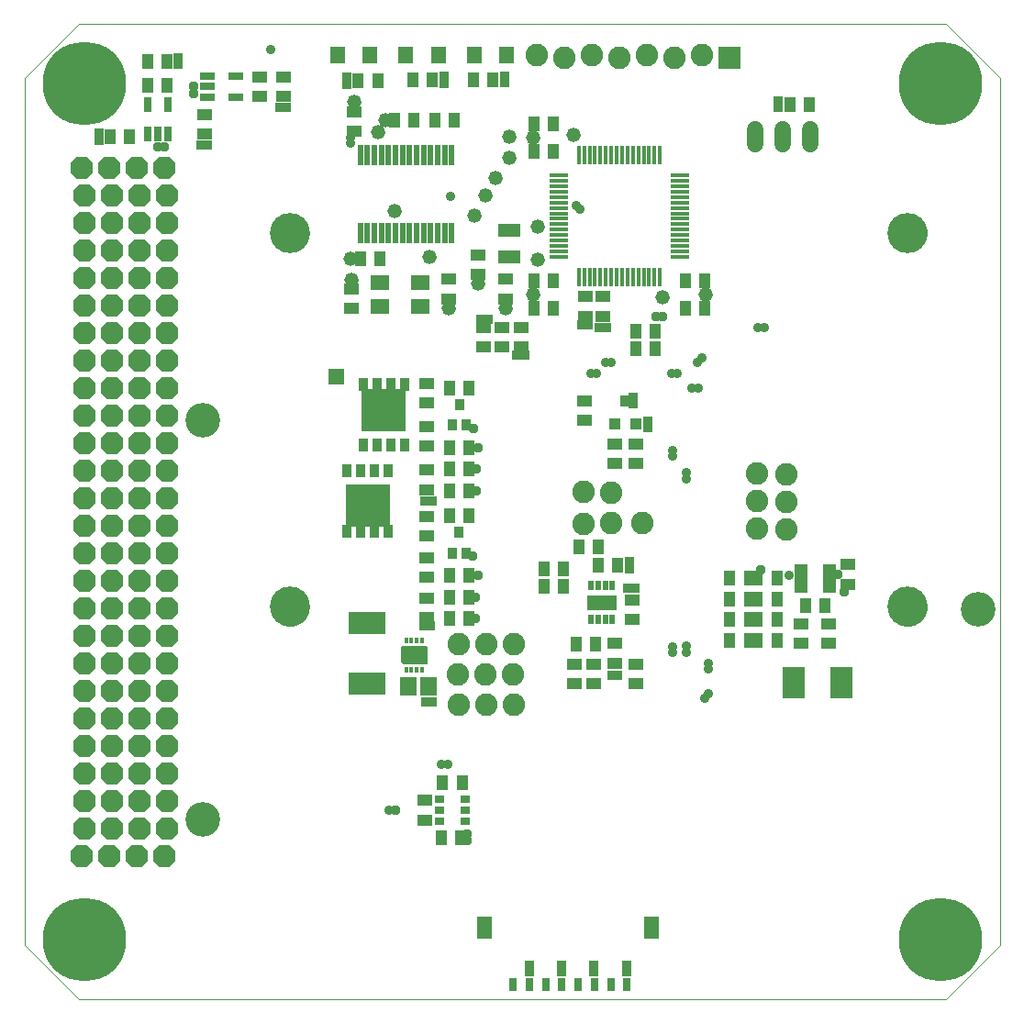
<source format=gts>
G75*
%MOIN*%
%OFA0B0*%
%FSLAX25Y25*%
%IPPOS*%
%LPD*%
%AMOC8*
5,1,8,0,0,1.08239X$1,22.5*
%
%ADD10R,0.05918X0.06706*%
%ADD11C,0.00000*%
%ADD12C,0.30328*%
%ADD13OC8,0.08200*%
%ADD14R,0.01181X0.01969*%
%ADD15C,0.00800*%
%ADD16R,0.05524X0.03162*%
%ADD17R,0.05524X0.03950*%
%ADD18R,0.03162X0.05524*%
%ADD19R,0.03950X0.05524*%
%ADD20R,0.13398X0.07887*%
%ADD21C,0.08200*%
%ADD22R,0.04737X0.02572*%
%ADD23R,0.02375X0.03556*%
%ADD24R,0.10800X0.05800*%
%ADD25R,0.03950X0.04343*%
%ADD26R,0.07887X0.11430*%
%ADD27R,0.03556X0.04343*%
%ADD28R,0.03202X0.04816*%
%ADD29R,0.16194X0.15800*%
%ADD30C,0.14580*%
%ADD31R,0.01784X0.06902*%
%ADD32R,0.06902X0.01784*%
%ADD33R,0.02375X0.07690*%
%ADD34R,0.07887X0.04737*%
%ADD35C,0.05200*%
%ADD36R,0.07099X0.05721*%
%ADD37R,0.04737X0.01784*%
%ADD38R,0.01784X0.04737*%
%ADD39R,0.08200X0.08200*%
%ADD40R,0.03556X0.02800*%
%ADD41R,0.03162X0.04737*%
%ADD42R,0.05721X0.07887*%
%ADD43R,0.05524X0.06312*%
%ADD44C,0.06000*%
%ADD45C,0.03778*%
%ADD46R,0.03778X0.03778*%
%ADD47R,0.03581X0.03581*%
%ADD48C,0.03581*%
%ADD49C,0.12611*%
D10*
X0142502Y0115101D03*
X0149983Y0115101D03*
D11*
X0003172Y0020888D02*
X0003172Y0335849D01*
X0022857Y0355534D01*
X0337817Y0355534D01*
X0357502Y0335849D01*
X0357502Y0020888D01*
X0337817Y0001203D01*
X0022857Y0001203D01*
X0003172Y0020888D01*
X0092738Y0143920D02*
X0092740Y0144089D01*
X0092746Y0144258D01*
X0092757Y0144427D01*
X0092771Y0144595D01*
X0092790Y0144763D01*
X0092813Y0144931D01*
X0092839Y0145098D01*
X0092870Y0145264D01*
X0092905Y0145430D01*
X0092944Y0145594D01*
X0092988Y0145758D01*
X0093035Y0145920D01*
X0093086Y0146081D01*
X0093141Y0146241D01*
X0093200Y0146400D01*
X0093262Y0146557D01*
X0093329Y0146712D01*
X0093400Y0146866D01*
X0093474Y0147018D01*
X0093552Y0147168D01*
X0093633Y0147316D01*
X0093718Y0147462D01*
X0093807Y0147606D01*
X0093899Y0147748D01*
X0093995Y0147887D01*
X0094094Y0148024D01*
X0094196Y0148159D01*
X0094302Y0148291D01*
X0094411Y0148420D01*
X0094523Y0148547D01*
X0094638Y0148671D01*
X0094756Y0148792D01*
X0094877Y0148910D01*
X0095001Y0149025D01*
X0095128Y0149137D01*
X0095257Y0149246D01*
X0095389Y0149352D01*
X0095524Y0149454D01*
X0095661Y0149553D01*
X0095800Y0149649D01*
X0095942Y0149741D01*
X0096086Y0149830D01*
X0096232Y0149915D01*
X0096380Y0149996D01*
X0096530Y0150074D01*
X0096682Y0150148D01*
X0096836Y0150219D01*
X0096991Y0150286D01*
X0097148Y0150348D01*
X0097307Y0150407D01*
X0097467Y0150462D01*
X0097628Y0150513D01*
X0097790Y0150560D01*
X0097954Y0150604D01*
X0098118Y0150643D01*
X0098284Y0150678D01*
X0098450Y0150709D01*
X0098617Y0150735D01*
X0098785Y0150758D01*
X0098953Y0150777D01*
X0099121Y0150791D01*
X0099290Y0150802D01*
X0099459Y0150808D01*
X0099628Y0150810D01*
X0099797Y0150808D01*
X0099966Y0150802D01*
X0100135Y0150791D01*
X0100303Y0150777D01*
X0100471Y0150758D01*
X0100639Y0150735D01*
X0100806Y0150709D01*
X0100972Y0150678D01*
X0101138Y0150643D01*
X0101302Y0150604D01*
X0101466Y0150560D01*
X0101628Y0150513D01*
X0101789Y0150462D01*
X0101949Y0150407D01*
X0102108Y0150348D01*
X0102265Y0150286D01*
X0102420Y0150219D01*
X0102574Y0150148D01*
X0102726Y0150074D01*
X0102876Y0149996D01*
X0103024Y0149915D01*
X0103170Y0149830D01*
X0103314Y0149741D01*
X0103456Y0149649D01*
X0103595Y0149553D01*
X0103732Y0149454D01*
X0103867Y0149352D01*
X0103999Y0149246D01*
X0104128Y0149137D01*
X0104255Y0149025D01*
X0104379Y0148910D01*
X0104500Y0148792D01*
X0104618Y0148671D01*
X0104733Y0148547D01*
X0104845Y0148420D01*
X0104954Y0148291D01*
X0105060Y0148159D01*
X0105162Y0148024D01*
X0105261Y0147887D01*
X0105357Y0147748D01*
X0105449Y0147606D01*
X0105538Y0147462D01*
X0105623Y0147316D01*
X0105704Y0147168D01*
X0105782Y0147018D01*
X0105856Y0146866D01*
X0105927Y0146712D01*
X0105994Y0146557D01*
X0106056Y0146400D01*
X0106115Y0146241D01*
X0106170Y0146081D01*
X0106221Y0145920D01*
X0106268Y0145758D01*
X0106312Y0145594D01*
X0106351Y0145430D01*
X0106386Y0145264D01*
X0106417Y0145098D01*
X0106443Y0144931D01*
X0106466Y0144763D01*
X0106485Y0144595D01*
X0106499Y0144427D01*
X0106510Y0144258D01*
X0106516Y0144089D01*
X0106518Y0143920D01*
X0106516Y0143751D01*
X0106510Y0143582D01*
X0106499Y0143413D01*
X0106485Y0143245D01*
X0106466Y0143077D01*
X0106443Y0142909D01*
X0106417Y0142742D01*
X0106386Y0142576D01*
X0106351Y0142410D01*
X0106312Y0142246D01*
X0106268Y0142082D01*
X0106221Y0141920D01*
X0106170Y0141759D01*
X0106115Y0141599D01*
X0106056Y0141440D01*
X0105994Y0141283D01*
X0105927Y0141128D01*
X0105856Y0140974D01*
X0105782Y0140822D01*
X0105704Y0140672D01*
X0105623Y0140524D01*
X0105538Y0140378D01*
X0105449Y0140234D01*
X0105357Y0140092D01*
X0105261Y0139953D01*
X0105162Y0139816D01*
X0105060Y0139681D01*
X0104954Y0139549D01*
X0104845Y0139420D01*
X0104733Y0139293D01*
X0104618Y0139169D01*
X0104500Y0139048D01*
X0104379Y0138930D01*
X0104255Y0138815D01*
X0104128Y0138703D01*
X0103999Y0138594D01*
X0103867Y0138488D01*
X0103732Y0138386D01*
X0103595Y0138287D01*
X0103456Y0138191D01*
X0103314Y0138099D01*
X0103170Y0138010D01*
X0103024Y0137925D01*
X0102876Y0137844D01*
X0102726Y0137766D01*
X0102574Y0137692D01*
X0102420Y0137621D01*
X0102265Y0137554D01*
X0102108Y0137492D01*
X0101949Y0137433D01*
X0101789Y0137378D01*
X0101628Y0137327D01*
X0101466Y0137280D01*
X0101302Y0137236D01*
X0101138Y0137197D01*
X0100972Y0137162D01*
X0100806Y0137131D01*
X0100639Y0137105D01*
X0100471Y0137082D01*
X0100303Y0137063D01*
X0100135Y0137049D01*
X0099966Y0137038D01*
X0099797Y0137032D01*
X0099628Y0137030D01*
X0099459Y0137032D01*
X0099290Y0137038D01*
X0099121Y0137049D01*
X0098953Y0137063D01*
X0098785Y0137082D01*
X0098617Y0137105D01*
X0098450Y0137131D01*
X0098284Y0137162D01*
X0098118Y0137197D01*
X0097954Y0137236D01*
X0097790Y0137280D01*
X0097628Y0137327D01*
X0097467Y0137378D01*
X0097307Y0137433D01*
X0097148Y0137492D01*
X0096991Y0137554D01*
X0096836Y0137621D01*
X0096682Y0137692D01*
X0096530Y0137766D01*
X0096380Y0137844D01*
X0096232Y0137925D01*
X0096086Y0138010D01*
X0095942Y0138099D01*
X0095800Y0138191D01*
X0095661Y0138287D01*
X0095524Y0138386D01*
X0095389Y0138488D01*
X0095257Y0138594D01*
X0095128Y0138703D01*
X0095001Y0138815D01*
X0094877Y0138930D01*
X0094756Y0139048D01*
X0094638Y0139169D01*
X0094523Y0139293D01*
X0094411Y0139420D01*
X0094302Y0139549D01*
X0094196Y0139681D01*
X0094094Y0139816D01*
X0093995Y0139953D01*
X0093899Y0140092D01*
X0093807Y0140234D01*
X0093718Y0140378D01*
X0093633Y0140524D01*
X0093552Y0140672D01*
X0093474Y0140822D01*
X0093400Y0140974D01*
X0093329Y0141128D01*
X0093262Y0141283D01*
X0093200Y0141440D01*
X0093141Y0141599D01*
X0093086Y0141759D01*
X0093035Y0141920D01*
X0092988Y0142082D01*
X0092944Y0142246D01*
X0092905Y0142410D01*
X0092870Y0142576D01*
X0092839Y0142742D01*
X0092813Y0142909D01*
X0092790Y0143077D01*
X0092771Y0143245D01*
X0092757Y0143413D01*
X0092746Y0143582D01*
X0092740Y0143751D01*
X0092738Y0143920D01*
X0092738Y0279746D02*
X0092740Y0279915D01*
X0092746Y0280084D01*
X0092757Y0280253D01*
X0092771Y0280421D01*
X0092790Y0280589D01*
X0092813Y0280757D01*
X0092839Y0280924D01*
X0092870Y0281090D01*
X0092905Y0281256D01*
X0092944Y0281420D01*
X0092988Y0281584D01*
X0093035Y0281746D01*
X0093086Y0281907D01*
X0093141Y0282067D01*
X0093200Y0282226D01*
X0093262Y0282383D01*
X0093329Y0282538D01*
X0093400Y0282692D01*
X0093474Y0282844D01*
X0093552Y0282994D01*
X0093633Y0283142D01*
X0093718Y0283288D01*
X0093807Y0283432D01*
X0093899Y0283574D01*
X0093995Y0283713D01*
X0094094Y0283850D01*
X0094196Y0283985D01*
X0094302Y0284117D01*
X0094411Y0284246D01*
X0094523Y0284373D01*
X0094638Y0284497D01*
X0094756Y0284618D01*
X0094877Y0284736D01*
X0095001Y0284851D01*
X0095128Y0284963D01*
X0095257Y0285072D01*
X0095389Y0285178D01*
X0095524Y0285280D01*
X0095661Y0285379D01*
X0095800Y0285475D01*
X0095942Y0285567D01*
X0096086Y0285656D01*
X0096232Y0285741D01*
X0096380Y0285822D01*
X0096530Y0285900D01*
X0096682Y0285974D01*
X0096836Y0286045D01*
X0096991Y0286112D01*
X0097148Y0286174D01*
X0097307Y0286233D01*
X0097467Y0286288D01*
X0097628Y0286339D01*
X0097790Y0286386D01*
X0097954Y0286430D01*
X0098118Y0286469D01*
X0098284Y0286504D01*
X0098450Y0286535D01*
X0098617Y0286561D01*
X0098785Y0286584D01*
X0098953Y0286603D01*
X0099121Y0286617D01*
X0099290Y0286628D01*
X0099459Y0286634D01*
X0099628Y0286636D01*
X0099797Y0286634D01*
X0099966Y0286628D01*
X0100135Y0286617D01*
X0100303Y0286603D01*
X0100471Y0286584D01*
X0100639Y0286561D01*
X0100806Y0286535D01*
X0100972Y0286504D01*
X0101138Y0286469D01*
X0101302Y0286430D01*
X0101466Y0286386D01*
X0101628Y0286339D01*
X0101789Y0286288D01*
X0101949Y0286233D01*
X0102108Y0286174D01*
X0102265Y0286112D01*
X0102420Y0286045D01*
X0102574Y0285974D01*
X0102726Y0285900D01*
X0102876Y0285822D01*
X0103024Y0285741D01*
X0103170Y0285656D01*
X0103314Y0285567D01*
X0103456Y0285475D01*
X0103595Y0285379D01*
X0103732Y0285280D01*
X0103867Y0285178D01*
X0103999Y0285072D01*
X0104128Y0284963D01*
X0104255Y0284851D01*
X0104379Y0284736D01*
X0104500Y0284618D01*
X0104618Y0284497D01*
X0104733Y0284373D01*
X0104845Y0284246D01*
X0104954Y0284117D01*
X0105060Y0283985D01*
X0105162Y0283850D01*
X0105261Y0283713D01*
X0105357Y0283574D01*
X0105449Y0283432D01*
X0105538Y0283288D01*
X0105623Y0283142D01*
X0105704Y0282994D01*
X0105782Y0282844D01*
X0105856Y0282692D01*
X0105927Y0282538D01*
X0105994Y0282383D01*
X0106056Y0282226D01*
X0106115Y0282067D01*
X0106170Y0281907D01*
X0106221Y0281746D01*
X0106268Y0281584D01*
X0106312Y0281420D01*
X0106351Y0281256D01*
X0106386Y0281090D01*
X0106417Y0280924D01*
X0106443Y0280757D01*
X0106466Y0280589D01*
X0106485Y0280421D01*
X0106499Y0280253D01*
X0106510Y0280084D01*
X0106516Y0279915D01*
X0106518Y0279746D01*
X0106516Y0279577D01*
X0106510Y0279408D01*
X0106499Y0279239D01*
X0106485Y0279071D01*
X0106466Y0278903D01*
X0106443Y0278735D01*
X0106417Y0278568D01*
X0106386Y0278402D01*
X0106351Y0278236D01*
X0106312Y0278072D01*
X0106268Y0277908D01*
X0106221Y0277746D01*
X0106170Y0277585D01*
X0106115Y0277425D01*
X0106056Y0277266D01*
X0105994Y0277109D01*
X0105927Y0276954D01*
X0105856Y0276800D01*
X0105782Y0276648D01*
X0105704Y0276498D01*
X0105623Y0276350D01*
X0105538Y0276204D01*
X0105449Y0276060D01*
X0105357Y0275918D01*
X0105261Y0275779D01*
X0105162Y0275642D01*
X0105060Y0275507D01*
X0104954Y0275375D01*
X0104845Y0275246D01*
X0104733Y0275119D01*
X0104618Y0274995D01*
X0104500Y0274874D01*
X0104379Y0274756D01*
X0104255Y0274641D01*
X0104128Y0274529D01*
X0103999Y0274420D01*
X0103867Y0274314D01*
X0103732Y0274212D01*
X0103595Y0274113D01*
X0103456Y0274017D01*
X0103314Y0273925D01*
X0103170Y0273836D01*
X0103024Y0273751D01*
X0102876Y0273670D01*
X0102726Y0273592D01*
X0102574Y0273518D01*
X0102420Y0273447D01*
X0102265Y0273380D01*
X0102108Y0273318D01*
X0101949Y0273259D01*
X0101789Y0273204D01*
X0101628Y0273153D01*
X0101466Y0273106D01*
X0101302Y0273062D01*
X0101138Y0273023D01*
X0100972Y0272988D01*
X0100806Y0272957D01*
X0100639Y0272931D01*
X0100471Y0272908D01*
X0100303Y0272889D01*
X0100135Y0272875D01*
X0099966Y0272864D01*
X0099797Y0272858D01*
X0099628Y0272856D01*
X0099459Y0272858D01*
X0099290Y0272864D01*
X0099121Y0272875D01*
X0098953Y0272889D01*
X0098785Y0272908D01*
X0098617Y0272931D01*
X0098450Y0272957D01*
X0098284Y0272988D01*
X0098118Y0273023D01*
X0097954Y0273062D01*
X0097790Y0273106D01*
X0097628Y0273153D01*
X0097467Y0273204D01*
X0097307Y0273259D01*
X0097148Y0273318D01*
X0096991Y0273380D01*
X0096836Y0273447D01*
X0096682Y0273518D01*
X0096530Y0273592D01*
X0096380Y0273670D01*
X0096232Y0273751D01*
X0096086Y0273836D01*
X0095942Y0273925D01*
X0095800Y0274017D01*
X0095661Y0274113D01*
X0095524Y0274212D01*
X0095389Y0274314D01*
X0095257Y0274420D01*
X0095128Y0274529D01*
X0095001Y0274641D01*
X0094877Y0274756D01*
X0094756Y0274874D01*
X0094638Y0274995D01*
X0094523Y0275119D01*
X0094411Y0275246D01*
X0094302Y0275375D01*
X0094196Y0275507D01*
X0094094Y0275642D01*
X0093995Y0275779D01*
X0093899Y0275918D01*
X0093807Y0276060D01*
X0093718Y0276204D01*
X0093633Y0276350D01*
X0093552Y0276498D01*
X0093474Y0276648D01*
X0093400Y0276800D01*
X0093329Y0276954D01*
X0093262Y0277109D01*
X0093200Y0277266D01*
X0093141Y0277425D01*
X0093086Y0277585D01*
X0093035Y0277746D01*
X0092988Y0277908D01*
X0092944Y0278072D01*
X0092905Y0278236D01*
X0092870Y0278402D01*
X0092839Y0278568D01*
X0092813Y0278735D01*
X0092790Y0278903D01*
X0092771Y0279071D01*
X0092757Y0279239D01*
X0092746Y0279408D01*
X0092740Y0279577D01*
X0092738Y0279746D01*
X0317148Y0279746D02*
X0317150Y0279915D01*
X0317156Y0280084D01*
X0317167Y0280253D01*
X0317181Y0280421D01*
X0317200Y0280589D01*
X0317223Y0280757D01*
X0317249Y0280924D01*
X0317280Y0281090D01*
X0317315Y0281256D01*
X0317354Y0281420D01*
X0317398Y0281584D01*
X0317445Y0281746D01*
X0317496Y0281907D01*
X0317551Y0282067D01*
X0317610Y0282226D01*
X0317672Y0282383D01*
X0317739Y0282538D01*
X0317810Y0282692D01*
X0317884Y0282844D01*
X0317962Y0282994D01*
X0318043Y0283142D01*
X0318128Y0283288D01*
X0318217Y0283432D01*
X0318309Y0283574D01*
X0318405Y0283713D01*
X0318504Y0283850D01*
X0318606Y0283985D01*
X0318712Y0284117D01*
X0318821Y0284246D01*
X0318933Y0284373D01*
X0319048Y0284497D01*
X0319166Y0284618D01*
X0319287Y0284736D01*
X0319411Y0284851D01*
X0319538Y0284963D01*
X0319667Y0285072D01*
X0319799Y0285178D01*
X0319934Y0285280D01*
X0320071Y0285379D01*
X0320210Y0285475D01*
X0320352Y0285567D01*
X0320496Y0285656D01*
X0320642Y0285741D01*
X0320790Y0285822D01*
X0320940Y0285900D01*
X0321092Y0285974D01*
X0321246Y0286045D01*
X0321401Y0286112D01*
X0321558Y0286174D01*
X0321717Y0286233D01*
X0321877Y0286288D01*
X0322038Y0286339D01*
X0322200Y0286386D01*
X0322364Y0286430D01*
X0322528Y0286469D01*
X0322694Y0286504D01*
X0322860Y0286535D01*
X0323027Y0286561D01*
X0323195Y0286584D01*
X0323363Y0286603D01*
X0323531Y0286617D01*
X0323700Y0286628D01*
X0323869Y0286634D01*
X0324038Y0286636D01*
X0324207Y0286634D01*
X0324376Y0286628D01*
X0324545Y0286617D01*
X0324713Y0286603D01*
X0324881Y0286584D01*
X0325049Y0286561D01*
X0325216Y0286535D01*
X0325382Y0286504D01*
X0325548Y0286469D01*
X0325712Y0286430D01*
X0325876Y0286386D01*
X0326038Y0286339D01*
X0326199Y0286288D01*
X0326359Y0286233D01*
X0326518Y0286174D01*
X0326675Y0286112D01*
X0326830Y0286045D01*
X0326984Y0285974D01*
X0327136Y0285900D01*
X0327286Y0285822D01*
X0327434Y0285741D01*
X0327580Y0285656D01*
X0327724Y0285567D01*
X0327866Y0285475D01*
X0328005Y0285379D01*
X0328142Y0285280D01*
X0328277Y0285178D01*
X0328409Y0285072D01*
X0328538Y0284963D01*
X0328665Y0284851D01*
X0328789Y0284736D01*
X0328910Y0284618D01*
X0329028Y0284497D01*
X0329143Y0284373D01*
X0329255Y0284246D01*
X0329364Y0284117D01*
X0329470Y0283985D01*
X0329572Y0283850D01*
X0329671Y0283713D01*
X0329767Y0283574D01*
X0329859Y0283432D01*
X0329948Y0283288D01*
X0330033Y0283142D01*
X0330114Y0282994D01*
X0330192Y0282844D01*
X0330266Y0282692D01*
X0330337Y0282538D01*
X0330404Y0282383D01*
X0330466Y0282226D01*
X0330525Y0282067D01*
X0330580Y0281907D01*
X0330631Y0281746D01*
X0330678Y0281584D01*
X0330722Y0281420D01*
X0330761Y0281256D01*
X0330796Y0281090D01*
X0330827Y0280924D01*
X0330853Y0280757D01*
X0330876Y0280589D01*
X0330895Y0280421D01*
X0330909Y0280253D01*
X0330920Y0280084D01*
X0330926Y0279915D01*
X0330928Y0279746D01*
X0330926Y0279577D01*
X0330920Y0279408D01*
X0330909Y0279239D01*
X0330895Y0279071D01*
X0330876Y0278903D01*
X0330853Y0278735D01*
X0330827Y0278568D01*
X0330796Y0278402D01*
X0330761Y0278236D01*
X0330722Y0278072D01*
X0330678Y0277908D01*
X0330631Y0277746D01*
X0330580Y0277585D01*
X0330525Y0277425D01*
X0330466Y0277266D01*
X0330404Y0277109D01*
X0330337Y0276954D01*
X0330266Y0276800D01*
X0330192Y0276648D01*
X0330114Y0276498D01*
X0330033Y0276350D01*
X0329948Y0276204D01*
X0329859Y0276060D01*
X0329767Y0275918D01*
X0329671Y0275779D01*
X0329572Y0275642D01*
X0329470Y0275507D01*
X0329364Y0275375D01*
X0329255Y0275246D01*
X0329143Y0275119D01*
X0329028Y0274995D01*
X0328910Y0274874D01*
X0328789Y0274756D01*
X0328665Y0274641D01*
X0328538Y0274529D01*
X0328409Y0274420D01*
X0328277Y0274314D01*
X0328142Y0274212D01*
X0328005Y0274113D01*
X0327866Y0274017D01*
X0327724Y0273925D01*
X0327580Y0273836D01*
X0327434Y0273751D01*
X0327286Y0273670D01*
X0327136Y0273592D01*
X0326984Y0273518D01*
X0326830Y0273447D01*
X0326675Y0273380D01*
X0326518Y0273318D01*
X0326359Y0273259D01*
X0326199Y0273204D01*
X0326038Y0273153D01*
X0325876Y0273106D01*
X0325712Y0273062D01*
X0325548Y0273023D01*
X0325382Y0272988D01*
X0325216Y0272957D01*
X0325049Y0272931D01*
X0324881Y0272908D01*
X0324713Y0272889D01*
X0324545Y0272875D01*
X0324376Y0272864D01*
X0324207Y0272858D01*
X0324038Y0272856D01*
X0323869Y0272858D01*
X0323700Y0272864D01*
X0323531Y0272875D01*
X0323363Y0272889D01*
X0323195Y0272908D01*
X0323027Y0272931D01*
X0322860Y0272957D01*
X0322694Y0272988D01*
X0322528Y0273023D01*
X0322364Y0273062D01*
X0322200Y0273106D01*
X0322038Y0273153D01*
X0321877Y0273204D01*
X0321717Y0273259D01*
X0321558Y0273318D01*
X0321401Y0273380D01*
X0321246Y0273447D01*
X0321092Y0273518D01*
X0320940Y0273592D01*
X0320790Y0273670D01*
X0320642Y0273751D01*
X0320496Y0273836D01*
X0320352Y0273925D01*
X0320210Y0274017D01*
X0320071Y0274113D01*
X0319934Y0274212D01*
X0319799Y0274314D01*
X0319667Y0274420D01*
X0319538Y0274529D01*
X0319411Y0274641D01*
X0319287Y0274756D01*
X0319166Y0274874D01*
X0319048Y0274995D01*
X0318933Y0275119D01*
X0318821Y0275246D01*
X0318712Y0275375D01*
X0318606Y0275507D01*
X0318504Y0275642D01*
X0318405Y0275779D01*
X0318309Y0275918D01*
X0318217Y0276060D01*
X0318128Y0276204D01*
X0318043Y0276350D01*
X0317962Y0276498D01*
X0317884Y0276648D01*
X0317810Y0276800D01*
X0317739Y0276954D01*
X0317672Y0277109D01*
X0317610Y0277266D01*
X0317551Y0277425D01*
X0317496Y0277585D01*
X0317445Y0277746D01*
X0317398Y0277908D01*
X0317354Y0278072D01*
X0317315Y0278236D01*
X0317280Y0278402D01*
X0317249Y0278568D01*
X0317223Y0278735D01*
X0317200Y0278903D01*
X0317181Y0279071D01*
X0317167Y0279239D01*
X0317156Y0279408D01*
X0317150Y0279577D01*
X0317148Y0279746D01*
X0317148Y0143920D02*
X0317150Y0144089D01*
X0317156Y0144258D01*
X0317167Y0144427D01*
X0317181Y0144595D01*
X0317200Y0144763D01*
X0317223Y0144931D01*
X0317249Y0145098D01*
X0317280Y0145264D01*
X0317315Y0145430D01*
X0317354Y0145594D01*
X0317398Y0145758D01*
X0317445Y0145920D01*
X0317496Y0146081D01*
X0317551Y0146241D01*
X0317610Y0146400D01*
X0317672Y0146557D01*
X0317739Y0146712D01*
X0317810Y0146866D01*
X0317884Y0147018D01*
X0317962Y0147168D01*
X0318043Y0147316D01*
X0318128Y0147462D01*
X0318217Y0147606D01*
X0318309Y0147748D01*
X0318405Y0147887D01*
X0318504Y0148024D01*
X0318606Y0148159D01*
X0318712Y0148291D01*
X0318821Y0148420D01*
X0318933Y0148547D01*
X0319048Y0148671D01*
X0319166Y0148792D01*
X0319287Y0148910D01*
X0319411Y0149025D01*
X0319538Y0149137D01*
X0319667Y0149246D01*
X0319799Y0149352D01*
X0319934Y0149454D01*
X0320071Y0149553D01*
X0320210Y0149649D01*
X0320352Y0149741D01*
X0320496Y0149830D01*
X0320642Y0149915D01*
X0320790Y0149996D01*
X0320940Y0150074D01*
X0321092Y0150148D01*
X0321246Y0150219D01*
X0321401Y0150286D01*
X0321558Y0150348D01*
X0321717Y0150407D01*
X0321877Y0150462D01*
X0322038Y0150513D01*
X0322200Y0150560D01*
X0322364Y0150604D01*
X0322528Y0150643D01*
X0322694Y0150678D01*
X0322860Y0150709D01*
X0323027Y0150735D01*
X0323195Y0150758D01*
X0323363Y0150777D01*
X0323531Y0150791D01*
X0323700Y0150802D01*
X0323869Y0150808D01*
X0324038Y0150810D01*
X0324207Y0150808D01*
X0324376Y0150802D01*
X0324545Y0150791D01*
X0324713Y0150777D01*
X0324881Y0150758D01*
X0325049Y0150735D01*
X0325216Y0150709D01*
X0325382Y0150678D01*
X0325548Y0150643D01*
X0325712Y0150604D01*
X0325876Y0150560D01*
X0326038Y0150513D01*
X0326199Y0150462D01*
X0326359Y0150407D01*
X0326518Y0150348D01*
X0326675Y0150286D01*
X0326830Y0150219D01*
X0326984Y0150148D01*
X0327136Y0150074D01*
X0327286Y0149996D01*
X0327434Y0149915D01*
X0327580Y0149830D01*
X0327724Y0149741D01*
X0327866Y0149649D01*
X0328005Y0149553D01*
X0328142Y0149454D01*
X0328277Y0149352D01*
X0328409Y0149246D01*
X0328538Y0149137D01*
X0328665Y0149025D01*
X0328789Y0148910D01*
X0328910Y0148792D01*
X0329028Y0148671D01*
X0329143Y0148547D01*
X0329255Y0148420D01*
X0329364Y0148291D01*
X0329470Y0148159D01*
X0329572Y0148024D01*
X0329671Y0147887D01*
X0329767Y0147748D01*
X0329859Y0147606D01*
X0329948Y0147462D01*
X0330033Y0147316D01*
X0330114Y0147168D01*
X0330192Y0147018D01*
X0330266Y0146866D01*
X0330337Y0146712D01*
X0330404Y0146557D01*
X0330466Y0146400D01*
X0330525Y0146241D01*
X0330580Y0146081D01*
X0330631Y0145920D01*
X0330678Y0145758D01*
X0330722Y0145594D01*
X0330761Y0145430D01*
X0330796Y0145264D01*
X0330827Y0145098D01*
X0330853Y0144931D01*
X0330876Y0144763D01*
X0330895Y0144595D01*
X0330909Y0144427D01*
X0330920Y0144258D01*
X0330926Y0144089D01*
X0330928Y0143920D01*
X0330926Y0143751D01*
X0330920Y0143582D01*
X0330909Y0143413D01*
X0330895Y0143245D01*
X0330876Y0143077D01*
X0330853Y0142909D01*
X0330827Y0142742D01*
X0330796Y0142576D01*
X0330761Y0142410D01*
X0330722Y0142246D01*
X0330678Y0142082D01*
X0330631Y0141920D01*
X0330580Y0141759D01*
X0330525Y0141599D01*
X0330466Y0141440D01*
X0330404Y0141283D01*
X0330337Y0141128D01*
X0330266Y0140974D01*
X0330192Y0140822D01*
X0330114Y0140672D01*
X0330033Y0140524D01*
X0329948Y0140378D01*
X0329859Y0140234D01*
X0329767Y0140092D01*
X0329671Y0139953D01*
X0329572Y0139816D01*
X0329470Y0139681D01*
X0329364Y0139549D01*
X0329255Y0139420D01*
X0329143Y0139293D01*
X0329028Y0139169D01*
X0328910Y0139048D01*
X0328789Y0138930D01*
X0328665Y0138815D01*
X0328538Y0138703D01*
X0328409Y0138594D01*
X0328277Y0138488D01*
X0328142Y0138386D01*
X0328005Y0138287D01*
X0327866Y0138191D01*
X0327724Y0138099D01*
X0327580Y0138010D01*
X0327434Y0137925D01*
X0327286Y0137844D01*
X0327136Y0137766D01*
X0326984Y0137692D01*
X0326830Y0137621D01*
X0326675Y0137554D01*
X0326518Y0137492D01*
X0326359Y0137433D01*
X0326199Y0137378D01*
X0326038Y0137327D01*
X0325876Y0137280D01*
X0325712Y0137236D01*
X0325548Y0137197D01*
X0325382Y0137162D01*
X0325216Y0137131D01*
X0325049Y0137105D01*
X0324881Y0137082D01*
X0324713Y0137063D01*
X0324545Y0137049D01*
X0324376Y0137038D01*
X0324207Y0137032D01*
X0324038Y0137030D01*
X0323869Y0137032D01*
X0323700Y0137038D01*
X0323531Y0137049D01*
X0323363Y0137063D01*
X0323195Y0137082D01*
X0323027Y0137105D01*
X0322860Y0137131D01*
X0322694Y0137162D01*
X0322528Y0137197D01*
X0322364Y0137236D01*
X0322200Y0137280D01*
X0322038Y0137327D01*
X0321877Y0137378D01*
X0321717Y0137433D01*
X0321558Y0137492D01*
X0321401Y0137554D01*
X0321246Y0137621D01*
X0321092Y0137692D01*
X0320940Y0137766D01*
X0320790Y0137844D01*
X0320642Y0137925D01*
X0320496Y0138010D01*
X0320352Y0138099D01*
X0320210Y0138191D01*
X0320071Y0138287D01*
X0319934Y0138386D01*
X0319799Y0138488D01*
X0319667Y0138594D01*
X0319538Y0138703D01*
X0319411Y0138815D01*
X0319287Y0138930D01*
X0319166Y0139048D01*
X0319048Y0139169D01*
X0318933Y0139293D01*
X0318821Y0139420D01*
X0318712Y0139549D01*
X0318606Y0139681D01*
X0318504Y0139816D01*
X0318405Y0139953D01*
X0318309Y0140092D01*
X0318217Y0140234D01*
X0318128Y0140378D01*
X0318043Y0140524D01*
X0317962Y0140672D01*
X0317884Y0140822D01*
X0317810Y0140974D01*
X0317739Y0141128D01*
X0317672Y0141283D01*
X0317610Y0141440D01*
X0317551Y0141599D01*
X0317496Y0141759D01*
X0317445Y0141920D01*
X0317398Y0142082D01*
X0317354Y0142246D01*
X0317315Y0142410D01*
X0317280Y0142576D01*
X0317249Y0142742D01*
X0317223Y0142909D01*
X0317200Y0143077D01*
X0317181Y0143245D01*
X0317167Y0143413D01*
X0317156Y0143582D01*
X0317150Y0143751D01*
X0317148Y0143920D01*
D12*
X0335849Y0022857D03*
X0335849Y0333880D03*
X0024825Y0333880D03*
X0024825Y0022857D03*
D13*
X0023825Y0053369D03*
X0033825Y0053369D03*
X0043825Y0053369D03*
X0053825Y0053369D03*
X0054825Y0063369D03*
X0054825Y0073369D03*
X0054825Y0083369D03*
X0054825Y0093369D03*
X0054825Y0103369D03*
X0054825Y0113369D03*
X0054825Y0123369D03*
X0054825Y0133369D03*
X0054825Y0143369D03*
X0054825Y0153369D03*
X0054825Y0163369D03*
X0054825Y0173369D03*
X0054825Y0183369D03*
X0054825Y0193369D03*
X0054825Y0203369D03*
X0054825Y0213369D03*
X0054825Y0223369D03*
X0054825Y0233369D03*
X0054825Y0243369D03*
X0054825Y0253369D03*
X0054825Y0263369D03*
X0054825Y0273369D03*
X0054825Y0283369D03*
X0054825Y0293369D03*
X0053825Y0303369D03*
X0043825Y0303369D03*
X0044825Y0293369D03*
X0034825Y0293369D03*
X0033825Y0303369D03*
X0023825Y0303369D03*
X0024825Y0293369D03*
X0024825Y0283369D03*
X0034825Y0283369D03*
X0044825Y0283369D03*
X0044825Y0273369D03*
X0034825Y0273369D03*
X0024825Y0273369D03*
X0024825Y0263369D03*
X0034825Y0263369D03*
X0044825Y0263369D03*
X0044825Y0253369D03*
X0044825Y0243369D03*
X0034825Y0243369D03*
X0034825Y0253369D03*
X0024825Y0253369D03*
X0024825Y0243369D03*
X0024825Y0233369D03*
X0034825Y0233369D03*
X0044825Y0233369D03*
X0044825Y0223369D03*
X0034825Y0223369D03*
X0024825Y0223369D03*
X0024825Y0213369D03*
X0024825Y0203369D03*
X0034825Y0203369D03*
X0034825Y0213369D03*
X0044825Y0213369D03*
X0044825Y0203369D03*
X0044825Y0193369D03*
X0034825Y0193369D03*
X0024825Y0193369D03*
X0024825Y0183369D03*
X0034825Y0183369D03*
X0044825Y0183369D03*
X0044825Y0173369D03*
X0044825Y0163369D03*
X0034825Y0163369D03*
X0034825Y0173369D03*
X0024825Y0173369D03*
X0024825Y0163369D03*
X0024825Y0153369D03*
X0034825Y0153369D03*
X0044825Y0153369D03*
X0044825Y0143369D03*
X0034825Y0143369D03*
X0024825Y0143369D03*
X0024825Y0133369D03*
X0024825Y0123369D03*
X0034825Y0123369D03*
X0034825Y0133369D03*
X0044825Y0133369D03*
X0044825Y0123369D03*
X0044825Y0113369D03*
X0034825Y0113369D03*
X0024825Y0113369D03*
X0024825Y0103369D03*
X0034825Y0103369D03*
X0044825Y0103369D03*
X0044825Y0093369D03*
X0044825Y0083369D03*
X0034825Y0083369D03*
X0034825Y0093369D03*
X0024825Y0093369D03*
X0024825Y0083369D03*
X0024825Y0073369D03*
X0034825Y0073369D03*
X0044825Y0073369D03*
X0044825Y0063369D03*
X0034825Y0063369D03*
X0024825Y0063369D03*
D14*
X0141833Y0121085D03*
X0143802Y0121085D03*
X0145770Y0121085D03*
X0147739Y0121085D03*
X0147739Y0131715D03*
X0145770Y0131715D03*
X0143802Y0131715D03*
X0141833Y0131715D03*
D15*
X0140258Y0129451D02*
X0149215Y0129451D01*
X0149215Y0123349D01*
X0140987Y0123349D01*
X0140258Y0123979D01*
X0140258Y0129451D01*
X0140258Y0128861D02*
X0149215Y0128861D01*
X0149215Y0128062D02*
X0140258Y0128062D01*
X0140258Y0127264D02*
X0149215Y0127264D01*
X0149215Y0126465D02*
X0140258Y0126465D01*
X0140258Y0125667D02*
X0149215Y0125667D01*
X0149215Y0124868D02*
X0140258Y0124868D01*
X0140258Y0124070D02*
X0149215Y0124070D01*
D16*
X0080120Y0329146D03*
X0080120Y0336626D03*
X0069491Y0336626D03*
X0069491Y0332886D03*
X0069491Y0329146D03*
D17*
X0068556Y0322680D03*
X0068556Y0315593D03*
X0088556Y0329343D03*
X0088556Y0336430D03*
X0097306Y0336430D03*
X0097306Y0329343D03*
X0122857Y0323762D03*
X0122857Y0316676D03*
X0168132Y0271754D03*
X0168132Y0264668D03*
X0177975Y0262896D03*
X0177975Y0255809D03*
X0176794Y0245298D03*
X0183487Y0245298D03*
X0183487Y0238211D03*
X0176794Y0238211D03*
X0170101Y0238211D03*
X0170101Y0245298D03*
X0157306Y0255809D03*
X0157306Y0262896D03*
X0121872Y0259294D03*
X0121872Y0252207D03*
X0149431Y0225022D03*
X0149431Y0217935D03*
X0149431Y0209274D03*
X0149431Y0202187D03*
X0149431Y0193526D03*
X0149431Y0186439D03*
X0149431Y0176794D03*
X0149431Y0169707D03*
X0149235Y0161636D03*
X0149235Y0154550D03*
X0149235Y0147069D03*
X0149235Y0139983D03*
X0202975Y0123054D03*
X0202975Y0115967D03*
X0210061Y0115967D03*
X0210061Y0123054D03*
X0217739Y0123447D03*
X0217739Y0130534D03*
X0223841Y0139195D03*
X0223841Y0146282D03*
X0225219Y0123054D03*
X0225219Y0115967D03*
X0285455Y0130652D03*
X0285455Y0137739D03*
X0295455Y0137739D03*
X0295455Y0130652D03*
X0302455Y0152152D03*
X0302455Y0159239D03*
X0225219Y0196085D03*
X0225219Y0203172D03*
X0217739Y0203172D03*
X0217739Y0196085D03*
X0206518Y0211636D03*
X0206518Y0218723D03*
X0206912Y0249431D03*
X0213211Y0249431D03*
X0213211Y0256518D03*
X0206912Y0256518D03*
X0148605Y0073526D03*
X0148605Y0066439D03*
D18*
X0055327Y0315554D03*
X0051587Y0315554D03*
X0047847Y0315554D03*
X0047847Y0326183D03*
X0055327Y0326183D03*
D19*
X0055130Y0333369D03*
X0048044Y0333369D03*
X0048044Y0342119D03*
X0055130Y0342119D03*
X0041380Y0314619D03*
X0034294Y0314619D03*
X0124431Y0335061D03*
X0131518Y0335061D03*
X0144313Y0335455D03*
X0151400Y0335455D03*
X0152207Y0320790D03*
X0159294Y0320790D03*
X0144687Y0320790D03*
X0137601Y0320790D03*
X0166361Y0335455D03*
X0173447Y0335455D03*
X0188290Y0319313D03*
X0195376Y0319313D03*
X0195376Y0309471D03*
X0188290Y0309471D03*
X0188290Y0262227D03*
X0195376Y0262227D03*
X0195376Y0252384D03*
X0188290Y0252384D03*
X0164786Y0223447D03*
X0157699Y0223447D03*
X0157699Y0201794D03*
X0164786Y0201794D03*
X0164786Y0193920D03*
X0157699Y0193920D03*
X0157699Y0186046D03*
X0164786Y0186046D03*
X0164589Y0176991D03*
X0157502Y0176991D03*
X0157502Y0155337D03*
X0164589Y0155337D03*
X0164589Y0147463D03*
X0157502Y0147463D03*
X0157502Y0139589D03*
X0164589Y0139589D03*
X0191951Y0151203D03*
X0191951Y0157699D03*
X0199038Y0157699D03*
X0199038Y0151203D03*
X0211636Y0159077D03*
X0211636Y0165573D03*
X0204550Y0165573D03*
X0218723Y0159077D03*
X0210652Y0130337D03*
X0203565Y0130337D03*
X0162148Y0079983D03*
X0155061Y0079983D03*
X0154561Y0059983D03*
X0161648Y0059983D03*
X0259412Y0131695D03*
X0266498Y0131695D03*
X0269412Y0131695D03*
X0276498Y0131695D03*
X0276498Y0139195D03*
X0269412Y0139195D03*
X0266498Y0139195D03*
X0259412Y0139195D03*
X0259412Y0146695D03*
X0266498Y0146695D03*
X0269412Y0146695D03*
X0276498Y0146695D03*
X0276498Y0154195D03*
X0269412Y0154195D03*
X0266498Y0154195D03*
X0259412Y0154195D03*
X0286912Y0144195D03*
X0293998Y0144195D03*
X0232306Y0237620D03*
X0232306Y0243920D03*
X0225219Y0243920D03*
X0225219Y0237620D03*
X0243250Y0252384D03*
X0250337Y0252384D03*
X0250337Y0262227D03*
X0243250Y0262227D03*
X0281321Y0326400D03*
X0288408Y0326400D03*
X0132286Y0270199D03*
X0125199Y0270199D03*
D20*
X0127542Y0137975D03*
X0127542Y0115928D03*
D21*
X0160731Y0119313D03*
X0170731Y0119313D03*
X0180731Y0119313D03*
X0181046Y0108290D03*
X0171046Y0108290D03*
X0161046Y0108290D03*
X0161046Y0130337D03*
X0171046Y0130337D03*
X0181046Y0130337D03*
X0206321Y0174125D03*
X0216251Y0174431D03*
X0216361Y0185455D03*
X0206321Y0185525D03*
X0227651Y0174431D03*
X0269313Y0172345D03*
X0269313Y0182345D03*
X0269313Y0192345D03*
X0280140Y0192148D03*
X0280140Y0182148D03*
X0280140Y0172148D03*
X0239471Y0343420D03*
X0249471Y0344420D03*
X0229471Y0344420D03*
X0219471Y0343420D03*
X0209471Y0344420D03*
X0199471Y0343420D03*
X0189471Y0344420D03*
D22*
X0285337Y0158034D03*
X0285337Y0155475D03*
X0285337Y0152916D03*
X0285337Y0150357D03*
X0295573Y0150357D03*
X0295573Y0152916D03*
X0295573Y0155475D03*
X0295573Y0158034D03*
D23*
X0216754Y0151597D03*
X0214195Y0151597D03*
X0211636Y0151597D03*
X0209077Y0151597D03*
X0209077Y0139195D03*
X0211636Y0139195D03*
X0214195Y0139195D03*
X0216754Y0139195D03*
D24*
X0213014Y0145494D03*
D25*
X0217739Y0210455D03*
X0225219Y0210455D03*
X0221479Y0218723D03*
D26*
X0282502Y0116361D03*
X0299825Y0116361D03*
D27*
X0163605Y0163408D03*
X0158487Y0163408D03*
X0161046Y0170888D03*
X0158683Y0209865D03*
X0163802Y0209865D03*
X0161243Y0217345D03*
D28*
X0141183Y0224609D03*
X0136183Y0224609D03*
X0131183Y0224609D03*
X0126183Y0224609D03*
X0126183Y0202601D03*
X0131183Y0202601D03*
X0136183Y0202601D03*
X0141183Y0202601D03*
X0135475Y0193309D03*
X0130475Y0193309D03*
X0125475Y0193309D03*
X0120475Y0193309D03*
X0120475Y0171302D03*
X0125475Y0171302D03*
X0130475Y0171302D03*
X0135475Y0171302D03*
D29*
X0127975Y0180573D03*
X0133683Y0215337D03*
D30*
X0099628Y0279746D03*
X0099628Y0143920D03*
X0324038Y0143920D03*
X0324038Y0279746D03*
D31*
X0234077Y0263802D03*
X0232109Y0263802D03*
X0230140Y0263802D03*
X0228172Y0263802D03*
X0226203Y0263802D03*
X0224235Y0263802D03*
X0222266Y0263802D03*
X0220298Y0263802D03*
X0218329Y0263802D03*
X0216361Y0263802D03*
X0214392Y0263802D03*
X0212424Y0263802D03*
X0210455Y0263802D03*
X0208487Y0263802D03*
X0206518Y0263802D03*
X0204550Y0263802D03*
X0204550Y0307896D03*
X0206518Y0307896D03*
X0208487Y0307896D03*
X0210455Y0307896D03*
X0212424Y0307896D03*
X0214392Y0307896D03*
X0216361Y0307896D03*
X0218329Y0307896D03*
X0220298Y0307896D03*
X0222266Y0307896D03*
X0224235Y0307896D03*
X0226203Y0307896D03*
X0228172Y0307896D03*
X0230140Y0307896D03*
X0232109Y0307896D03*
X0234077Y0307896D03*
D32*
X0241361Y0300613D03*
X0241361Y0298644D03*
X0241361Y0296676D03*
X0241361Y0294707D03*
X0241361Y0292739D03*
X0241361Y0290770D03*
X0241361Y0288802D03*
X0241361Y0286833D03*
X0241361Y0284865D03*
X0241361Y0282896D03*
X0241361Y0280928D03*
X0241361Y0278959D03*
X0241361Y0276991D03*
X0241361Y0275022D03*
X0241361Y0273054D03*
X0241361Y0271085D03*
X0197266Y0271085D03*
X0197266Y0273054D03*
X0197266Y0275022D03*
X0197266Y0276991D03*
X0197266Y0278959D03*
X0197266Y0280928D03*
X0197266Y0282896D03*
X0197266Y0284865D03*
X0197266Y0286833D03*
X0197266Y0288802D03*
X0197266Y0290770D03*
X0197266Y0292739D03*
X0197266Y0294707D03*
X0197266Y0296676D03*
X0197266Y0298644D03*
X0197266Y0300613D03*
D33*
X0158447Y0307896D03*
X0155888Y0307896D03*
X0153329Y0307896D03*
X0150770Y0307896D03*
X0148211Y0307896D03*
X0145652Y0307896D03*
X0143093Y0307896D03*
X0140534Y0307896D03*
X0137975Y0307896D03*
X0135416Y0307896D03*
X0132857Y0307896D03*
X0130298Y0307896D03*
X0127739Y0307896D03*
X0125180Y0307896D03*
X0125180Y0279550D03*
X0127739Y0279550D03*
X0130298Y0279550D03*
X0132857Y0279550D03*
X0135416Y0279550D03*
X0137975Y0279550D03*
X0140534Y0279550D03*
X0143093Y0279550D03*
X0145652Y0279550D03*
X0148211Y0279550D03*
X0150770Y0279550D03*
X0153329Y0279550D03*
X0155888Y0279550D03*
X0158447Y0279550D03*
D34*
X0179313Y0280770D03*
X0179313Y0270928D03*
D35*
X0189786Y0270101D03*
X0189786Y0281912D03*
X0170677Y0293331D03*
X0174298Y0299578D03*
X0179313Y0307099D03*
X0179313Y0314599D03*
X0187817Y0314392D03*
X0202581Y0315376D03*
X0166764Y0285849D03*
X0150416Y0271085D03*
X0157306Y0252384D03*
X0168132Y0261243D03*
X0177975Y0252384D03*
X0187817Y0257306D03*
X0235061Y0256321D03*
X0250809Y0257306D03*
X0137620Y0287817D03*
X0121774Y0270199D03*
X0121872Y0262719D03*
X0131715Y0316361D03*
X0134176Y0320790D03*
X0122857Y0327187D03*
D36*
X0132384Y0261715D03*
X0132384Y0253054D03*
X0146951Y0253054D03*
X0146951Y0261715D03*
D37*
X0122857Y0315967D03*
D38*
X0145002Y0320790D03*
X0196146Y0319318D03*
X0132601Y0270199D03*
X0196069Y0252454D03*
X0242787Y0252254D03*
D39*
X0259471Y0343420D03*
D40*
X0163180Y0073920D03*
X0163180Y0069983D03*
X0163180Y0066046D03*
X0154030Y0066046D03*
X0154030Y0069983D03*
X0154030Y0073920D03*
D41*
X0180731Y0006715D03*
X0186636Y0006715D03*
X0192542Y0006715D03*
X0198447Y0006715D03*
X0204353Y0006715D03*
X0210258Y0006715D03*
X0216164Y0006715D03*
X0222069Y0006715D03*
D42*
X0231144Y0027187D03*
X0170475Y0027187D03*
D43*
X0166557Y0344313D03*
X0178369Y0344313D03*
X0153565Y0344313D03*
X0141754Y0344313D03*
X0128762Y0344313D03*
X0116951Y0344313D03*
D44*
X0268565Y0317189D02*
X0268565Y0311989D01*
X0278565Y0311989D02*
X0278565Y0317189D01*
X0288565Y0317189D02*
X0288565Y0311989D01*
D45*
X0234865Y0249431D03*
X0232699Y0249431D03*
X0166164Y0208683D03*
X0168132Y0201794D03*
X0167148Y0193920D03*
X0167148Y0186046D03*
X0165967Y0162227D03*
X0167935Y0155337D03*
X0166951Y0147463D03*
X0166951Y0139589D03*
X0138014Y0070101D03*
X0164105Y0061483D03*
X0164105Y0058983D03*
X0268955Y0139195D03*
X0270494Y0157502D03*
X0298755Y0155595D03*
X0300955Y0149195D03*
X0064806Y0330386D03*
X0064806Y0332886D03*
X0054087Y0310869D03*
X0051587Y0310869D03*
D46*
X0067197Y0311530D03*
X0069697Y0311530D03*
X0095947Y0325280D03*
X0098447Y0325280D03*
X0120298Y0333683D03*
X0120298Y0336439D03*
X0155731Y0336833D03*
X0155731Y0334077D03*
X0177581Y0334274D03*
X0177581Y0336636D03*
X0211833Y0245494D03*
X0214589Y0245494D03*
X0229550Y0211439D03*
X0229550Y0209077D03*
X0223054Y0160258D03*
X0223054Y0157699D03*
X0222463Y0150613D03*
X0225022Y0150613D03*
X0215770Y0146479D03*
X0216557Y0144510D03*
X0214392Y0144510D03*
X0213605Y0146479D03*
X0211636Y0146479D03*
X0212227Y0144510D03*
X0210061Y0144510D03*
X0209471Y0146479D03*
X0216557Y0119117D03*
X0218723Y0119117D03*
X0151203Y0109274D03*
X0148841Y0109274D03*
X0148250Y0137030D03*
X0150613Y0137030D03*
X0151203Y0182502D03*
X0148644Y0182502D03*
X0030231Y0313477D03*
X0030231Y0315977D03*
X0058981Y0340977D03*
X0058981Y0343477D03*
X0276991Y0327778D03*
X0276991Y0325219D03*
X0222069Y0013802D03*
X0222069Y0011439D03*
X0210061Y0011439D03*
X0210061Y0013802D03*
X0198447Y0013802D03*
X0198447Y0011439D03*
X0186636Y0011439D03*
X0186636Y0013802D03*
D47*
X0224431Y0217542D03*
X0224431Y0219904D03*
X0208093Y0246479D03*
X0205731Y0246479D03*
X0184865Y0235258D03*
X0182109Y0235258D03*
X0171676Y0248250D03*
X0168920Y0248250D03*
X0117739Y0228762D03*
X0115376Y0228762D03*
X0115376Y0226203D03*
X0117739Y0226203D03*
D48*
X0157896Y0293132D03*
X0121676Y0312227D03*
X0121676Y0314392D03*
X0092542Y0346282D03*
X0203565Y0289786D03*
X0205140Y0288211D03*
X0214195Y0232699D03*
X0216361Y0232699D03*
X0211046Y0228565D03*
X0208880Y0228565D03*
X0238211Y0228565D03*
X0240376Y0228565D03*
X0245691Y0223250D03*
X0247857Y0223250D03*
X0247660Y0232699D03*
X0249235Y0234274D03*
X0269707Y0245494D03*
X0271872Y0245494D03*
X0238802Y0200809D03*
X0238802Y0198644D03*
X0243723Y0192542D03*
X0243723Y0190376D03*
X0281124Y0155337D03*
X0251794Y0123447D03*
X0251794Y0121282D03*
X0251794Y0112227D03*
X0250219Y0110652D03*
X0243723Y0127384D03*
X0243723Y0129550D03*
X0238802Y0129353D03*
X0238802Y0127187D03*
X0156912Y0086833D03*
X0154746Y0086833D03*
X0135652Y0070101D03*
X0141557Y0125022D03*
X0143723Y0125022D03*
X0145888Y0125022D03*
X0148054Y0125022D03*
X0148054Y0127975D03*
X0145888Y0127975D03*
X0143723Y0127975D03*
X0141557Y0127975D03*
D49*
X0068132Y0066557D03*
X0068132Y0211833D03*
X0349628Y0142935D03*
M02*

</source>
